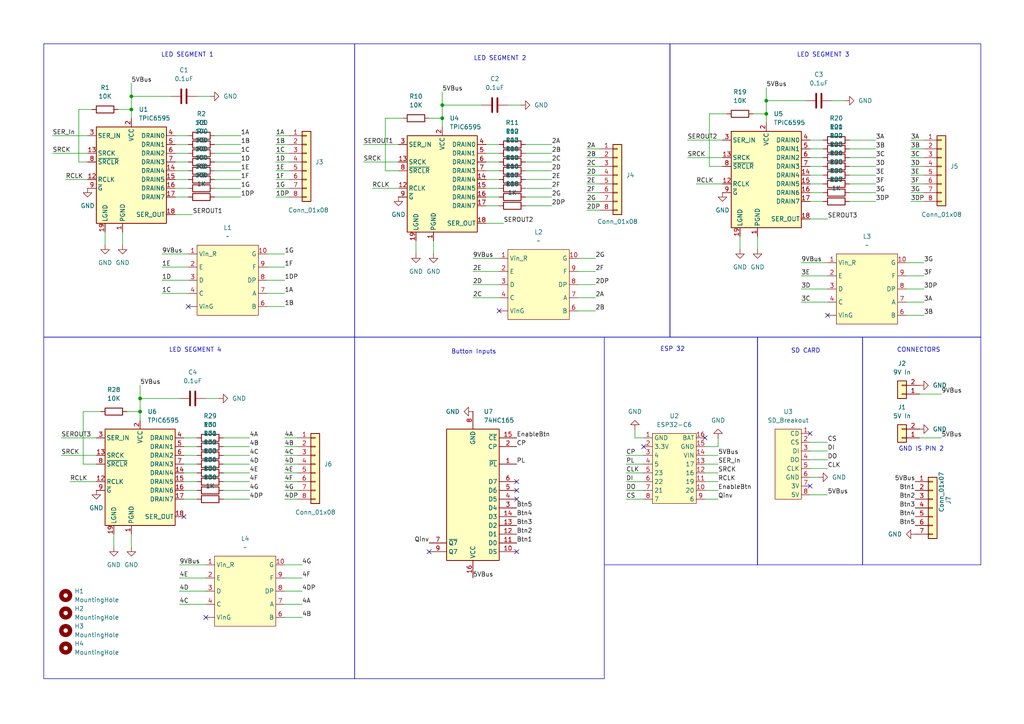
<source format=kicad_sch>
(kicad_sch (version 20250114) (generator "eeschema") (generator_version "9.0")
  (paper "A4")
  (lib_symbols
    (symbol "74xx:74HC165"
      (property "Reference" "U" (at -7.62 19.05 0))
      (property "Value" "74HC165" (at -7.62 -21.59 0))
      (symbol "74HC165_1_0"
        (pin input line (at -12.7 15.24 0) (length 5.08) (name "DS") (number "10"))
        (pin input line (at -12.7 12.7 0) (length 5.08) (name "D0") (number "11"))
        (pin input line (at -12.7 10.16 0) (length 5.08) (name "D1") (number "12"))
        (pin input line (at -12.7 7.62 0) (length 5.08) (name "D2") (number "13"))
        (pin input line (at -12.7 5.08 0) (length 5.08) (name "D3") (number "14"))
        (pin input line (at -12.7 2.54 0) (length 5.08) (name "D4") (number "3"))
        (pin input line (at -12.7 0 0) (length 5.08) (name "D5") (number "4"))
        (pin input line (at -12.7 -2.54 0) (length 5.08) (name "D6") (number "5"))
        (pin input line (at -12.7 -5.08 0) (length 5.08) (name "D7") (number "6"))
        (pin input line (at -12.7 -10.16 0) (length 5.08) (name "~{PL}") (number "1"))
        (pin input line (at -12.7 -15.24 0) (length 5.08) (name "CP") (number "2"))
        (pin input line (at -12.7 -17.78 0) (length 5.08) (name "~{CE}") (number "15"))
        (pin power_in line (at 0 22.86 270) (length 5.08) (name "VCC") (number "16"))
        (pin power_in line (at 0 -25.4 90) (length 5.08) (name "GND") (number "8"))
        (pin output line (at 12.7 15.24 180) (length 5.08) (name "Q7") (number "9"))
        (pin output line (at 12.7 12.7 180) (length 5.08) (name "~{Q7}") (number "7"))
      )
    )
    (symbol "Connector_Generic:Conn_01x02" (pin_names (offset 1.016) (hide yes))
      (property "Reference" "J" (at 0 2.54 0))
      (property "Value" "Conn_01x02" (at 0 -5.08 0))
      (symbol "Conn_01x02_1_1"
        (pin passive line (at -5.08 0 0) (length 3.81) (name "Pin_1") (number "1"))
        (pin passive line (at -5.08 -2.54 0) (length 3.81) (name "Pin_2") (number "2"))
      )
    )
    (symbol "Connector_Generic:Conn_01x07" (pin_names (offset 1.016) (hide yes))
      (property "Reference" "J" (at 0 10.16 0))
      (property "Value" "Conn_01x07" (at 0 -10.16 0))
      (symbol "Conn_01x07_1_1"
        (pin passive line (at -5.08 7.62 0) (length 3.81) (name "Pin_1") (number "1"))
        (pin passive line (at -5.08 5.08 0) (length 3.81) (name "Pin_2") (number "2"))
        (pin passive line (at -5.08 2.54 0) (length 3.81) (name "Pin_3") (number "3"))
        (pin passive line (at -5.08 0 0) (length 3.81) (name "Pin_4") (number "4"))
        (pin passive line (at -5.08 -2.54 0) (length 3.81) (name "Pin_5") (number "5"))
        (pin passive line (at -5.08 -5.08 0) (length 3.81) (name "Pin_6") (number "6"))
        (pin passive line (at -5.08 -7.62 0) (length 3.81) (name "Pin_7") (number "7"))
      )
    )
    (symbol "Connector_Generic:Conn_01x08" (pin_names (offset 1.016) (hide yes))
      (property "Reference" "J" (at 0 10.16 0))
      (property "Value" "Conn_01x08" (at 0 -12.7 0))
      (symbol "Conn_01x08_1_1"
        (pin passive line (at -5.08 7.62 0) (length 3.81) (name "Pin_1") (number "1"))
        (pin passive line (at -5.08 5.08 0) (length 3.81) (name "Pin_2") (number "2"))
        (pin passive line (at -5.08 2.54 0) (length 3.81) (name "Pin_3") (number "3"))
        (pin passive line (at -5.08 0 0) (length 3.81) (name "Pin_4") (number "4"))
        (pin passive line (at -5.08 -2.54 0) (length 3.81) (name "Pin_5") (number "5"))
        (pin passive line (at -5.08 -5.08 0) (length 3.81) (name "Pin_6") (number "6"))
        (pin passive line (at -5.08 -7.62 0) (length 3.81) (name "Pin_7") (number "7"))
        (pin passive line (at -5.08 -10.16 0) (length 3.81) (name "Pin_8") (number "8"))
      )
    )
    (symbol "Device:C" (pin_numbers (hide yes)) (pin_names (offset 0.254))
      (property "Reference" "C" (at 0.635 2.54 0))
      (property "Value" "C" (at 0.635 -2.54 0))
      (symbol "C_1_1"
        (pin passive line (at 0 3.81 270) (length 2.794) (name "~") (number "1"))
        (pin passive line (at 0 -3.81 90) (length 2.794) (name "~") (number "2"))
      )
    )
    (symbol "Device:R" (pin_numbers (hide yes)) (pin_names (offset 0))
      (property "Reference" "R" (at 2.032 0 90))
      (property "Value" "R" (at 0 0 90))
      (symbol "R_1_1"
        (pin passive line (at 0 3.81 270) (length 1.27) (name "~") (number "1"))
        (pin passive line (at 0 -3.81 90) (length 1.27) (name "~") (number "2"))
      )
    )
    (symbol "GregSyms:ESP32_C6_Beetle"
      (property "Reference" "U" (at 0 -12.192 0))
      (symbol "ESP32_C6_Beetle_1_1"
        (pin power_in line (at -8.89 8.89 0) (length 2.54) (name "GND") (number "1"))
        (pin power_in line (at -8.89 6.35 0) (length 2.54) (name "3.3V") (number "2"))
        (pin bidirectional line (at -8.89 3.81 0) (length 2.54) (name "4") (number "3"))
        (pin bidirectional line (at -8.89 1.27 0) (length 2.54) (name "5") (number "4"))
        (pin bidirectional line (at -8.89 -1.27 0) (length 2.54) (name "23") (number "5"))
        (pin bidirectional line (at -8.89 -3.81 0) (length 2.54) (name "22") (number "6"))
        (pin bidirectional line (at -8.89 -6.35 0) (length 2.54) (name "21") (number "7"))
        (pin bidirectional line (at -8.89 -8.89 0) (length 2.54) (name "7") (number "8"))
        (pin power_in line (at 8.89 8.89 180) (length 2.54) (name "BAT") (number "16"))
        (pin power_out line (at 8.89 6.35 180) (length 2.54) (name "GND") (number "15"))
        (pin power_in line (at 8.89 3.81 180) (length 2.54) (name "VIN") (number "14"))
        (pin bidirectional line (at 8.89 1.27 180) (length 2.54) (name "17") (number "13"))
        (pin bidirectional line (at 8.89 -1.27 180) (length 2.54) (name "16") (number "12"))
        (pin bidirectional line (at 8.89 -3.81 180) (length 2.54) (name "19") (number "11"))
        (pin bidirectional line (at 8.89 -6.35 180) (length 2.54) (name "20") (number "10"))
        (pin bidirectional line (at 8.89 -8.89 180) (length 2.54) (name "6") (number "9"))
      )
    )
    (symbol "GregSyms:LED_7Seg"
      (property "Reference" "L" (at 0 0 0))
      (symbol "LED_7Seg_1_1"
        (pin power_in line (at -11.43 -10.16 0) (length 2.54) (name "Vin_R") (number "1"))
        (pin power_in line (at -11.43 -13.97 0) (length 2.54) (name "E") (number "2"))
        (pin power_in line (at -11.43 -17.78 0) (length 2.54) (name "D") (number "3"))
        (pin power_in line (at -11.43 -21.59 0) (length 2.54) (name "C") (number "4"))
        (pin power_in line (at -11.43 -25.4 0) (length 2.54) (name "VinG") (number ""))
        (pin power_in line (at 11.43 -10.16 180) (length 2.54) (name "G") (number "10"))
        (pin power_in line (at 11.43 -13.97 180) (length 2.54) (name "F") (number "9"))
        (pin power_in line (at 11.43 -17.78 180) (length 2.54) (name "DP") (number "8"))
        (pin power_in line (at 11.43 -21.59 180) (length 2.54) (name "A") (number "7"))
        (pin power_in line (at 11.43 -25.4 180) (length 2.54) (name "B") (number "6"))
      )
    )
    (symbol "GregSyms:SD_Breakout"
      (property "Reference" "U" (at -4.064 0 0))
      (symbol "SD_Breakout_1_1"
        (pin input line (at 7.62 8.89 180) (length 2.54) (name "CD") (number "1"))
        (pin input line (at 7.62 6.35 180) (length 2.54) (name "CS") (number "2"))
        (pin input line (at 7.62 3.81 180) (length 2.54) (name "DI") (number "3"))
        (pin output line (at 7.62 1.27 180) (length 2.54) (name "DO") (number "4"))
        (pin input line (at 7.62 -1.27 180) (length 2.54) (name "CLK") (number "5"))
        (pin power_in line (at 7.62 -3.81 180) (length 2.54) (name "GND") (number "6"))
        (pin power_in line (at 7.62 -6.35 180) (length 2.54) (name "3V") (number "7"))
        (pin power_in line (at 7.62 -8.89 180) (length 2.54) (name "5V") (number "8"))
      )
    )
    (symbol "Interface_Expansion:TPIC6595" (pin_names (offset 0.381))
      (property "Reference" "U" (at -8.89 13.97 0))
      (property "Value" "TPIC6595" (at 6.35 13.97 0))
      (symbol "TPIC6595_1_1"
        (pin input line (at -12.7 10.16 0) (length 2.54) (name "SER_IN") (number "3"))
        (pin input line (at -12.7 5.08 0) (length 2.54) (name "SRCK") (number "13"))
        (pin input line (at -12.7 2.54 0) (length 2.54) (name "~{SRCLR}") (number "8"))
        (pin input line (at -12.7 -2.54 0) (length 2.54) (name "RCLK") (number "12"))
        (pin input line (at -12.7 -5.08 0) (length 2.54) (name "~{G}") (number "9"))
        (pin power_in line (at -7.62 -17.78 90) (length 2.54) (name "LGND") (number "19"))
        (pin power_in line (at -2.54 -17.78 90) (length 2.54) (name "PGND") (number "1"))
        (pin passive line (at -2.54 -17.78 90) (length 2.54) (hide yes) (name "PGND") (number "10"))
        (pin passive line (at -2.54 -17.78 90) (length 2.54) (hide yes) (name "PGND") (number "11"))
        (pin passive line (at -2.54 -17.78 90) (length 2.54) (hide yes) (name "PGND") (number "20"))
        (pin power_in line (at 0 15.24 270) (length 2.54) (name "VCC") (number "2"))
        (pin open_collector line (at 12.7 10.16 180) (length 2.54) (name "DRAIN0") (number "4"))
        (pin open_collector line (at 12.7 7.62 180) (length 2.54) (name "DRAIN1") (number "5"))
        (pin open_collector line (at 12.7 5.08 180) (length 2.54) (name "DRAIN2") (number "6"))
        (pin open_collector line (at 12.7 2.54 180) (length 2.54) (name "DRAIN3") (number "7"))
        (pin open_collector line (at 12.7 0 180) (length 2.54) (name "DRAIN4") (number "14"))
        (pin open_collector line (at 12.7 -2.54 180) (length 2.54) (name "DRAIN5") (number "15"))
        (pin open_collector line (at 12.7 -5.08 180) (length 2.54) (name "DRAIN6") (number "16"))
        (pin open_collector line (at 12.7 -7.62 180) (length 2.54) (name "DRAIN7") (number "17"))
        (pin output line (at 12.7 -12.7 180) (length 2.54) (name "SER_OUT") (number "18"))
      )
    )
    (symbol "Mechanical:MountingHole" (pin_names (offset 1.016)) (in_bom no)
      (property "Reference" "H" (at 0 5.08 0))
      (property "Value" "MountingHole" (at 0 3.175 0))
    )
    (symbol "power:GND" (power) (pin_numbers (hide yes)) (pin_names (offset 0) (hide yes))
      (property "Value" "GND" (at 0 -3.81 0))
      (symbol "GND_1_1"
        (pin power_in line (at 0 0 270) (length 0) (name "~") (number "1"))
      )
    )
  )
  (rectangle (start 250.19 97.79) (end 284.48 163.83))
  (rectangle (start 175.26 97.79) (end 219.71 163.83))
  (rectangle (start 12.7 12.7) (end 102.87 97.79))
  (rectangle (start 102.87 97.79) (end 175.26 196.85))
  (rectangle (start 12.7 97.79) (end 102.87 196.85))
  (rectangle (start 219.71 97.79) (end 250.19 163.83))
  (rectangle (start 194.31 12.7) (end 284.48 97.79))
  (rectangle (start 102.87 12.7) (end 194.31 97.79))
  (text "LED SEGMENT 2" (at 145.034 17.018 0) (effects (font (size 1.27 1.27))))
  (text "Button Inputs" (at 137.414 102.108 0) (effects (font (size 1.27 1.27))))
  (text "LED SEGMENT 4" (at 56.642 101.6 0) (effects (font (size 1.27 1.27))))
  (text "SD CARD" (at 233.68 101.854 0) (effects (font (size 1.27 1.27))))
  (text "CONNECTORS" (at 266.446 101.6 0) (effects (font (size 1.27 1.27))))
  (text "ESP 32" (at 195.072 101.346 0) (effects (font (size 1.27 1.27))))
  (text "LED SEGMENT 3" (at 238.76 16.002 0) (effects (font (size 1.27 1.27))))
  (text "GND IS PIN 2" (at 267.208 130.302 0) (effects (font (size 1.27 1.27))))
  (text "LED SEGMENT 1" (at 54.356 16.002 0) (effects (font (size 1.27 1.27))))
  (junction (at 222.25 33.02))
  (junction (at 40.64 119.38))
  (junction (at 128.27 34.29))
  (junction (at 222.25 29.21))
  (junction (at 40.64 115.57))
  (junction (at 38.1 27.94))
  (junction (at 38.1 31.75))
  (junction (at 128.27 30.48))
  (no_connect (at 149.86 139.7))
  (no_connect (at 149.86 160.02))
  (no_connect (at 234.95 125.73))
  (no_connect (at 59.69 179.07))
  (no_connect (at 149.86 142.24))
  (no_connect (at 54.61 88.9))
  (no_connect (at 144.78 90.17))
  (no_connect (at 186.69 129.54))
  (no_connect (at 149.86 144.78))
  (no_connect (at 53.34 149.86))
  (no_connect (at 124.46 160.02))
  (no_connect (at 234.95 140.97))
  (no_connect (at 240.03 91.44))
  (no_connect (at 204.47 127))
  (wire (pts (xy 218.44 33.02) (xy 222.25 33.02)))
  (wire (pts (xy 160.02 41.91) (xy 152.4 41.91)))
  (wire (pts (xy 27.94 134.62) (xy 24.13 134.62)))
  (wire (pts (xy 172.72 90.17) (xy 167.64 90.17)))
  (wire (pts (xy 80.01 52.07) (xy 83.82 52.07)))
  (wire (pts (xy 238.76 50.8) (xy 234.95 50.8)))
  (wire (pts (xy 52.07 171.45) (xy 59.69 171.45)))
  (wire (pts (xy 54.61 57.15) (xy 50.8 57.15)))
  (wire (pts (xy 82.55 81.28) (xy 77.47 81.28)))
  (wire (pts (xy 87.63 179.07) (xy 82.55 179.07)))
  (wire (pts (xy 72.39 142.24) (xy 64.77 142.24)))
  (wire (pts (xy 170.18 58.42) (xy 173.99 58.42)))
  (wire (pts (xy 35.56 67.31) (xy 35.56 71.12)))
  (wire (pts (xy 254 58.42) (xy 246.38 58.42)))
  (wire (pts (xy 160.02 52.07) (xy 152.4 52.07)))
  (wire (pts (xy 234.95 133.35) (xy 240.03 133.35)))
  (wire (pts (xy 208.28 134.62) (xy 204.47 134.62)))
  (wire (pts (xy 238.76 48.26) (xy 234.95 48.26)))
  (wire (pts (xy 137.16 82.55) (xy 144.78 82.55)))
  (wire (pts (xy 22.86 46.99) (xy 22.86 31.75)))
  (wire (pts (xy 254 50.8) (xy 246.38 50.8)))
  (wire (pts (xy 24.13 134.62) (xy 24.13 119.38)))
  (wire (pts (xy 144.78 41.91) (xy 140.97 41.91)))
  (wire (pts (xy 82.55 134.62) (xy 86.36 134.62)))
  (wire (pts (xy 160.02 49.53) (xy 152.4 49.53)))
  (wire (pts (xy 254 53.34) (xy 246.38 53.34)))
  (wire (pts (xy 209.55 48.26) (xy 205.74 48.26)))
  (wire (pts (xy 33.02 154.94) (xy 33.02 158.75)))
  (wire (pts (xy 105.41 41.91) (xy 115.57 41.91)))
  (wire (pts (xy 172.72 86.36) (xy 167.64 86.36)))
  (wire (pts (xy 82.55 139.7) (xy 86.36 139.7)))
  (wire (pts (xy 40.64 111.76) (xy 40.64 115.57)))
  (wire (pts (xy 72.39 144.78) (xy 64.77 144.78)))
  (wire (pts (xy 72.39 127) (xy 64.77 127)))
  (wire (pts (xy 137.16 78.74) (xy 144.78 78.74)))
  (wire (pts (xy 232.41 76.2) (xy 240.03 76.2)))
  (wire (pts (xy 267.97 76.2) (xy 262.89 76.2)))
  (wire (pts (xy 69.85 39.37) (xy 62.23 39.37)))
  (wire (pts (xy 172.72 82.55) (xy 167.64 82.55)))
  (wire (pts (xy 254 40.64) (xy 246.38 40.64)))
  (wire (pts (xy 181.61 144.78) (xy 186.69 144.78)))
  (wire (pts (xy 181.61 142.24) (xy 186.69 142.24)))
  (wire (pts (xy 208.28 127) (xy 208.28 129.54)))
  (wire (pts (xy 120.65 69.85) (xy 120.65 73.66)))
  (wire (pts (xy 199.39 45.72) (xy 209.55 45.72)))
  (wire (pts (xy 40.64 119.38) (xy 40.64 121.92)))
  (wire (pts (xy 15.24 44.45) (xy 25.4 44.45)))
  (wire (pts (xy 240.03 135.89) (xy 234.95 135.89)))
  (wire (pts (xy 241.3 29.21) (xy 245.11 29.21)))
  (wire (pts (xy 111.76 49.53) (xy 111.76 34.29)))
  (wire (pts (xy 40.64 115.57) (xy 40.64 119.38)))
  (wire (pts (xy 234.95 130.81) (xy 240.03 130.81)))
  (wire (pts (xy 50.8 62.23) (xy 55.88 62.23)))
  (wire (pts (xy 144.78 52.07) (xy 140.97 52.07)))
  (wire (pts (xy 20.32 139.7) (xy 27.94 139.7)))
  (wire (pts (xy 254 55.88) (xy 246.38 55.88)))
  (wire (pts (xy 144.78 54.61) (xy 140.97 54.61)))
  (wire (pts (xy 208.28 144.78) (xy 204.47 144.78)))
  (wire (pts (xy 25.4 46.99) (xy 22.86 46.99)))
  (wire (pts (xy 264.16 53.34) (xy 267.97 53.34)))
  (wire (pts (xy 125.73 69.85) (xy 125.73 73.66)))
  (wire (pts (xy 38.1 27.94) (xy 38.1 31.75)))
  (wire (pts (xy 264.16 40.64) (xy 267.97 40.64)))
  (wire (pts (xy 72.39 139.7) (xy 64.77 139.7)))
  (wire (pts (xy 208.28 132.08) (xy 204.47 132.08)))
  (wire (pts (xy 137.16 74.93) (xy 144.78 74.93)))
  (wire (pts (xy 124.46 34.29) (xy 128.27 34.29)))
  (wire (pts (xy 87.63 167.64) (xy 82.55 167.64)))
  (wire (pts (xy 267.97 80.01) (xy 262.89 80.01)))
  (wire (pts (xy 181.61 139.7) (xy 186.69 139.7)))
  (wire (pts (xy 52.07 167.64) (xy 59.69 167.64)))
  (wire (pts (xy 57.15 137.16) (xy 53.34 137.16)))
  (wire (pts (xy 80.01 39.37) (xy 83.82 39.37)))
  (wire (pts (xy 254 43.18) (xy 246.38 43.18)))
  (wire (pts (xy 105.41 46.99) (xy 115.57 46.99)))
  (wire (pts (xy 69.85 57.15) (xy 62.23 57.15)))
  (wire (pts (xy 170.18 50.8) (xy 173.99 50.8)))
  (wire (pts (xy 160.02 54.61) (xy 152.4 54.61)))
  (wire (pts (xy 17.78 132.08) (xy 27.94 132.08)))
  (wire (pts (xy 19.05 52.07) (xy 25.4 52.07)))
  (wire (pts (xy 170.18 45.72) (xy 173.99 45.72)))
  (wire (pts (xy 137.16 86.36) (xy 144.78 86.36)))
  (wire (pts (xy 222.25 29.21) (xy 233.68 29.21)))
  (wire (pts (xy 87.63 171.45) (xy 82.55 171.45)))
  (wire (pts (xy 87.63 175.26) (xy 82.55 175.26)))
  (wire (pts (xy 264.16 58.42) (xy 267.97 58.42)))
  (wire (pts (xy 17.78 127) (xy 27.94 127)))
  (wire (pts (xy 46.99 81.28) (xy 54.61 81.28)))
  (wire (pts (xy 72.39 129.54) (xy 64.77 129.54)))
  (wire (pts (xy 208.28 139.7) (xy 204.47 139.7)))
  (wire (pts (xy 80.01 46.99) (xy 83.82 46.99)))
  (wire (pts (xy 54.61 46.99) (xy 50.8 46.99)))
  (wire (pts (xy 238.76 40.64) (xy 234.95 40.64)))
  (wire (pts (xy 208.28 137.16) (xy 204.47 137.16)))
  (wire (pts (xy 254 48.26) (xy 246.38 48.26)))
  (wire (pts (xy 69.85 46.99) (xy 62.23 46.99)))
  (wire (pts (xy 82.55 73.66) (xy 77.47 73.66)))
  (wire (pts (xy 82.55 132.08) (xy 86.36 132.08)))
  (wire (pts (xy 80.01 57.15) (xy 83.82 57.15)))
  (wire (pts (xy 160.02 57.15) (xy 152.4 57.15)))
  (wire (pts (xy 144.78 49.53) (xy 140.97 49.53)))
  (wire (pts (xy 238.76 45.72) (xy 234.95 45.72)))
  (wire (pts (xy 144.78 59.69) (xy 140.97 59.69)))
  (wire (pts (xy 267.97 91.44) (xy 262.89 91.44)))
  (wire (pts (xy 38.1 31.75) (xy 38.1 34.29)))
  (wire (pts (xy 34.29 31.75) (xy 38.1 31.75)))
  (wire (pts (xy 111.76 34.29) (xy 116.84 34.29)))
  (wire (pts (xy 80.01 49.53) (xy 83.82 49.53)))
  (wire (pts (xy 181.61 137.16) (xy 186.69 137.16)))
  (wire (pts (xy 80.01 44.45) (xy 83.82 44.45)))
  (wire (pts (xy 140.97 64.77) (xy 146.05 64.77)))
  (wire (pts (xy 57.15 132.08) (xy 53.34 132.08)))
  (wire (pts (xy 54.61 39.37) (xy 50.8 39.37)))
  (wire (pts (xy 170.18 55.88) (xy 173.99 55.88)))
  (wire (pts (xy 36.83 119.38) (xy 40.64 119.38)))
  (wire (pts (xy 186.69 127) (xy 184.15 127)))
  (wire (pts (xy 54.61 49.53) (xy 50.8 49.53)))
  (wire (pts (xy 80.01 54.61) (xy 83.82 54.61)))
  (wire (pts (xy 57.15 27.94) (xy 60.96 27.94)))
  (wire (pts (xy 234.95 128.27) (xy 240.03 128.27)))
  (wire (pts (xy 57.15 144.78) (xy 53.34 144.78)))
  (wire (pts (xy 222.25 29.21) (xy 222.25 33.02)))
  (wire (pts (xy 54.61 41.91) (xy 50.8 41.91)))
  (wire (pts (xy 170.18 48.26) (xy 173.99 48.26)))
  (wire (pts (xy 22.86 31.75) (xy 26.67 31.75)))
  (wire (pts (xy 214.63 68.58) (xy 214.63 72.39)))
  (wire (pts (xy 38.1 24.13) (xy 38.1 27.94)))
  (wire (pts (xy 219.71 68.58) (xy 219.71 72.39)))
  (wire (pts (xy 266.7 127) (xy 273.05 127)))
  (wire (pts (xy 144.78 57.15) (xy 140.97 57.15)))
  (wire (pts (xy 38.1 27.94) (xy 49.53 27.94)))
  (wire (pts (xy 238.76 55.88) (xy 234.95 55.88)))
  (wire (pts (xy 54.61 52.07) (xy 50.8 52.07)))
  (wire (pts (xy 160.02 44.45) (xy 152.4 44.45)))
  (wire (pts (xy 82.55 88.9) (xy 77.47 88.9)))
  (wire (pts (xy 52.07 175.26) (xy 59.69 175.26)))
  (wire (pts (xy 234.95 63.5) (xy 240.03 63.5)))
  (wire (pts (xy 232.41 83.82) (xy 240.03 83.82)))
  (wire (pts (xy 69.85 54.61) (xy 62.23 54.61)))
  (wire (pts (xy 46.99 73.66) (xy 54.61 73.66)))
  (wire (pts (xy 232.41 87.63) (xy 240.03 87.63)))
  (wire (pts (xy 264.16 45.72) (xy 267.97 45.72)))
  (wire (pts (xy 160.02 46.99) (xy 152.4 46.99)))
  (wire (pts (xy 57.15 142.24) (xy 53.34 142.24)))
  (wire (pts (xy 170.18 43.18) (xy 173.99 43.18)))
  (wire (pts (xy 52.07 163.83) (xy 59.69 163.83)))
  (wire (pts (xy 82.55 137.16) (xy 86.36 137.16)))
  (wire (pts (xy 59.69 115.57) (xy 63.5 115.57)))
  (wire (pts (xy 72.39 137.16) (xy 64.77 137.16)))
  (wire (pts (xy 147.32 30.48) (xy 151.13 30.48)))
  (wire (pts (xy 238.76 53.34) (xy 234.95 53.34)))
  (wire (pts (xy 82.55 77.47) (xy 77.47 77.47)))
  (wire (pts (xy 54.61 44.45) (xy 50.8 44.45)))
  (wire (pts (xy 264.16 48.26) (xy 267.97 48.26)))
  (wire (pts (xy 80.01 41.91) (xy 83.82 41.91)))
  (wire (pts (xy 128.27 30.48) (xy 139.7 30.48)))
  (wire (pts (xy 170.18 53.34) (xy 173.99 53.34)))
  (wire (pts (xy 222.25 25.4) (xy 222.25 29.21)))
  (wire (pts (xy 82.55 127) (xy 86.36 127)))
  (wire (pts (xy 172.72 78.74) (xy 167.64 78.74)))
  (wire (pts (xy 38.1 154.94) (xy 38.1 158.75)))
  (wire (pts (xy 40.64 115.57) (xy 52.07 115.57)))
  (wire (pts (xy 170.18 60.96) (xy 173.99 60.96)))
  (wire (pts (xy 69.85 49.53) (xy 62.23 49.53)))
  (wire (pts (xy 69.85 41.91) (xy 62.23 41.91)))
  (wire (pts (xy 72.39 134.62) (xy 64.77 134.62)))
  (wire (pts (xy 264.16 50.8) (xy 267.97 50.8)))
  (wire (pts (xy 184.15 124.46) (xy 184.15 127)))
  (wire (pts (xy 222.25 33.02) (xy 222.25 35.56)))
  (wire (pts (xy 204.47 129.54) (xy 208.28 129.54)))
  (wire (pts (xy 205.74 33.02) (xy 210.82 33.02)))
  (wire (pts (xy 15.24 39.37) (xy 25.4 39.37)))
  (wire (pts (xy 172.72 74.93) (xy 167.64 74.93)))
  (wire (pts (xy 264.16 43.18) (xy 267.97 43.18)))
  (wire (pts (xy 181.61 134.62) (xy 186.69 134.62)))
  (wire (pts (xy 160.02 59.69) (xy 152.4 59.69)))
  (wire (pts (xy 267.97 87.63) (xy 262.89 87.63)))
  (wire (pts (xy 234.95 143.51) (xy 240.03 143.51)))
  (wire (pts (xy 82.55 142.24) (xy 86.36 142.24)))
  (wire (pts (xy 144.78 46.99) (xy 140.97 46.99)))
  (wire (pts (xy 46.99 85.09) (xy 54.61 85.09)))
  (wire (pts (xy 82.55 85.09) (xy 77.47 85.09)))
  (wire (pts (xy 144.78 44.45) (xy 140.97 44.45)))
  (wire (pts (xy 115.57 49.53) (xy 111.76 49.53)))
  (wire (pts (xy 57.15 139.7) (xy 53.34 139.7)))
  (wire (pts (xy 128.27 26.67) (xy 128.27 30.48)))
  (wire (pts (xy 87.63 163.83) (xy 82.55 163.83)))
  (wire (pts (xy 54.61 54.61) (xy 50.8 54.61)))
  (wire (pts (xy 107.95 54.61) (xy 115.57 54.61)))
  (wire (pts (xy 128.27 30.48) (xy 128.27 34.29)))
  (wire (pts (xy 181.61 132.08) (xy 186.69 132.08)))
  (wire (pts (xy 234.95 138.43) (xy 237.49 138.43)))
  (wire (pts (xy 232.41 80.01) (xy 240.03 80.01)))
  (wire (pts (xy 46.99 77.47) (xy 54.61 77.47)))
  (wire (pts (xy 208.28 142.24) (xy 204.47 142.24)))
  (wire (pts (xy 254 45.72) (xy 246.38 45.72)))
  (wire (pts (xy 24.13 119.38) (xy 29.21 119.38)))
  (wire (pts (xy 72.39 132.08) (xy 64.77 132.08)))
  (wire (pts (xy 57.15 134.62) (xy 53.34 134.62)))
  (wire (pts (xy 57.15 127) (xy 53.34 127)))
  (wire (pts (xy 82.55 129.54) (xy 86.36 129.54)))
  (wire (pts (xy 199.39 40.64) (xy 209.55 40.64)))
  (wire (pts (xy 238.76 43.18) (xy 234.95 43.18)))
  (wire (pts (xy 238.76 58.42) (xy 234.95 58.42)))
  (wire (pts (xy 82.55 144.78) (xy 86.36 144.78)))
  (wire (pts (xy 30.48 67.31) (xy 30.48 71.12)))
  (wire (pts (xy 266.7 114.3) (xy 273.05 114.3)))
  (wire (pts (xy 264.16 55.88) (xy 267.97 55.88)))
  (wire (pts (xy 57.15 129.54) (xy 53.34 129.54)))
  (wire (pts (xy 267.97 83.82) (xy 262.89 83.82)))
  (wire (pts (xy 205.74 48.26) (xy 205.74 33.02)))
  (wire (pts (xy 128.27 34.29) (xy 128.27 36.83)))
  (wire (pts (xy 69.85 44.45) (xy 62.23 44.45)))
  (wire (pts (xy 69.85 52.07) (xy 62.23 52.07)))
  (wire (pts (xy 201.93 53.34) (xy 209.55 53.34)))
  (label "4B" (at 72.39 129.54 0))
  (label "EnableBtn" (at 149.86 127 0))
  (label "2DP" (at 172.72 82.55 0))
  (label "2DP" (at 160.02 59.69 0))
  (label "SEROUT3" (at 17.78 127 0))
  (label "2DP" (at 170.18 60.96 0))
  (label "5VBus" (at 265.43 139.7 180))
  (label "1E" (at 46.99 77.47 0))
  (label "1C" (at 80.01 44.45 0))
  (label "3D" (at 232.41 83.82 0))
  (label "2F" (at 160.02 54.61 0))
  (label "Btn3" (at 265.43 147.32 180))
  (label "Btn3" (at 149.86 152.4 0))
  (label "5VBus" (at 38.1 24.13 0))
  (label "9VBus" (at 273.05 114.3 0))
  (label "3G" (at 254 55.88 0))
  (label "1DP" (at 69.85 57.15 0))
  (label "2G" (at 160.02 57.15 0))
  (label "DO" (at 181.61 142.24 0))
  (label "3D" (at 264.16 48.26 0))
  (label "2C" (at 160.02 46.99 0))
  (label "4DP" (at 87.63 171.45 0))
  (label "Btn5" (at 265.43 152.4 180))
  (label "1C" (at 46.99 85.09 0))
  (label "4F" (at 82.55 139.7 0))
  (label "9VBus" (at 46.99 73.66 0))
  (label "4C" (at 52.07 175.26 0))
  (label "9VBus" (at 137.16 74.93 0))
  (label "1DP" (at 80.01 57.15 0))
  (label "SEROUT2" (at 199.39 40.64 0))
  (label "2F" (at 170.18 55.88 0))
  (label "1B" (at 80.01 41.91 0))
  (label "3DP" (at 267.97 83.82 0))
  (label "RCLK" (at 20.32 139.7 0))
  (label "SRCK" (at 17.78 132.08 0))
  (label "4B" (at 82.55 129.54 0))
  (label "9VBus" (at 52.07 163.83 0))
  (label "4E" (at 72.39 137.16 0))
  (label "Qinv" (at 124.46 157.48 180))
  (label "4DP" (at 82.55 144.78 0))
  (label "CP" (at 181.61 132.08 0))
  (label "1A" (at 69.85 39.37 0))
  (label "3B" (at 264.16 43.18 0))
  (label "1G" (at 69.85 54.61 0))
  (label "RCLK" (at 19.05 52.07 0))
  (label "CLK" (at 240.03 135.89 0))
  (label "3DP" (at 264.16 58.42 0))
  (label "2B" (at 160.02 44.45 0))
  (label "1D" (at 69.85 46.99 0))
  (label "2E" (at 170.18 53.34 0))
  (label "4G" (at 87.63 163.83 0))
  (label "Btn4" (at 265.43 149.86 180))
  (label "1A" (at 82.55 85.09 0))
  (label "1G" (at 80.01 54.61 0))
  (label "1E" (at 69.85 49.53 0))
  (label "4F" (at 72.39 139.7 0))
  (label "2G" (at 172.72 74.93 0))
  (label "4E" (at 52.07 167.64 0))
  (label "4B" (at 87.63 179.07 0))
  (label "Btn5" (at 149.86 147.32 0))
  (label "Btn1" (at 149.86 157.48 0))
  (label "2F" (at 172.72 78.74 0))
  (label "5VBus" (at 128.27 26.67 0))
  (label "4D" (at 72.39 134.62 0))
  (label "5VBus" (at 222.25 25.4 0))
  (label "SRCK" (at 199.39 45.72 0))
  (label "SRCK" (at 15.24 44.45 0))
  (label "RCLK" (at 208.28 139.7 0))
  (label "1D" (at 80.01 46.99 0))
  (label "2D" (at 170.18 50.8 0))
  (label "SEROUT1" (at 55.88 62.23 0))
  (label "5VBus" (at 240.03 143.51 0))
  (label "2A" (at 160.02 41.91 0))
  (label "3G" (at 267.97 76.2 0))
  (label "1C" (at 69.85 44.45 0))
  (label "1B" (at 82.55 88.9 0))
  (label "5VBus" (at 273.05 127 0))
  (label "1E" (at 80.01 49.53 0))
  (label "1F" (at 82.55 77.47 0))
  (label "3A" (at 264.16 40.64 0))
  (label "3B" (at 254 43.18 0))
  (label "2A" (at 170.18 43.18 0))
  (label "3C" (at 264.16 45.72 0))
  (label "1D" (at 46.99 81.28 0))
  (label "PL" (at 149.86 134.62 0))
  (label "1B" (at 69.85 41.91 0))
  (label "1F" (at 69.85 52.07 0))
  (label "DI" (at 181.61 139.7 0))
  (label "3F" (at 264.16 53.34 0))
  (label "2E" (at 137.16 78.74 0))
  (label "CS" (at 181.61 144.78 0))
  (label "1DP" (at 82.55 81.28 0))
  (label "4E" (at 82.55 137.16 0))
  (label "3A" (at 267.97 87.63 0))
  (label "4G" (at 72.39 142.24 0))
  (label "2C" (at 137.16 86.36 0))
  (label "2G" (at 170.18 58.42 0))
  (label "4DP" (at 72.39 144.78 0))
  (label "2B" (at 172.72 90.17 0))
  (label "EnableBtn" (at 208.28 142.24 0))
  (label "2D" (at 137.16 82.55 0))
  (label "3F" (at 254 53.34 0))
  (label "SEROUT1" (at 105.41 41.91 0))
  (label "3E" (at 232.41 80.01 0))
  (label "2E" (at 160.02 52.07 0))
  (label "1G" (at 82.55 73.66 0))
  (label "5VBus" (at 208.28 132.08 0))
  (label "SER_In" (at 208.28 134.62 0))
  (label "4A" (at 87.63 175.26 0))
  (label "3E" (at 264.16 50.8 0))
  (label "3DP" (at 254 58.42 0))
  (label "4D" (at 82.55 134.62 0))
  (label "5VBus" (at 137.16 167.64 0))
  (label "DI" (at 240.03 130.81 0))
  (label "CLK" (at 181.61 137.16 0))
  (label "4C" (at 72.39 132.08 0))
  (label "9VBus" (at 232.41 76.2 0))
  (label "3G" (at 264.16 55.88 0))
  (label "4A" (at 72.39 127 0))
  (label "3D" (at 254 48.26 0))
  (label "RCLK" (at 201.93 53.34 0))
  (label "DO" (at 240.03 133.35 0))
  (label "4F" (at 87.63 167.64 0))
  (label "Btn2" (at 149.86 154.94 0))
  (label "SEROUT2" (at 146.05 64.77 0))
  (label "2A" (at 172.72 86.36 0))
  (label "Btn4" (at 149.86 149.86 0))
  (label "1A" (at 80.01 39.37 0))
  (label "4G" (at 82.55 142.24 0))
  (label "PL" (at 181.61 134.62 0))
  (label "3F" (at 267.97 80.01 0))
  (label "RCLK" (at 107.95 54.61 0))
  (label "4A" (at 82.55 127 0))
  (label "CP" (at 149.86 129.54 0))
  (label "1F" (at 80.01 52.07 0))
  (label "Btn2" (at 265.43 144.78 180))
  (label "SRCK" (at 208.28 137.16 0))
  (label "3C" (at 254 45.72 0))
  (label "SEROUT3" (at 240.03 63.5 0))
  (label "SER_In" (at 15.24 39.37 0))
  (label "Qinv" (at 208.28 144.78 0))
  (label "2C" (at 170.18 48.26 0))
  (label "2B" (at 170.18 45.72 0))
  (label "2D" (at 160.02 49.53 0))
  (label "3A" (at 254 40.64 0))
  (label "Btn1" (at 265.43 142.24 180))
  (label "4D" (at 52.07 171.45 0))
  (label "3E" (at 254 50.8 0))
  (label "5VBus" (at 40.64 111.76 0))
  (label "4C" (at 82.55 132.08 0))
  (label "SRCK" (at 105.41 46.99 0))
  (label "3B" (at 267.97 91.44 0))
  (label "3C" (at 232.41 87.63 0))
  (label "CS" (at 240.03 128.27 0))
  (symbol (lib_id "Connector_Generic:Conn_01x07") (at 270.51 147.32 0) (unit 1)
    (property "Reference" "J7" (at 275.082 146.304 90) (effects (justify left)))
    (property "Value" "Conn_01x07" (at 273.05 148.5899 90) (effects (justify left)))
    (property "Description" "Generic connector, single row, 01x07, script generated (kicad-library-utils/schlib/autogen/connector/)" (effects (hide yes)))
  )
  (symbol (lib_id "power:GND") (at 30.48 71.12 0) (unit 1)
    (property "Reference" "#PWR03" (effects (hide yes)))
    (property "Value" "GND" (at 30.48 76.2 0))
    (property "Description" "Power symbol creates a global label with name \"GND\" , ground" (effects (hide yes)))
  )
  (symbol (lib_id "Device:R") (at 148.59 54.61 90) (unit 1)
    (property "Reference" "R16" (at 148.59 48.26 90))
    (property "Value" "100" (at 148.59 50.8 90))
    (property "Footprint" "Resistor_SMD:R_1206_3216Metric_Pad1.30x1.75mm_HandSolder" (effects (hide yes)))
    (property "Description" "Resistor" (effects (hide yes)))
  )
  (symbol (lib_id "Mechanical:MountingHole") (at 19.05 177.8 0) (unit 1) (in_bom no)
    (property "Reference" "H2" (at 21.59 176.5299 0) (effects (justify left)))
    (property "Value" "MountingHole" (at 21.59 179.0699 0) (effects (justify left)))
    (property "Description" "Mounting Hole without connection" (effects (hide yes)))
  )
  (symbol (lib_id "power:GND") (at 33.02 158.75 0) (unit 1)
    (property "Reference" "#PWR018" (effects (hide yes)))
    (property "Value" "GND" (at 33.02 163.83 0))
    (property "Description" "Power symbol creates a global label with name \"GND\" , ground" (effects (hide yes)))
  )
  (symbol (lib_id "power:GND") (at 208.28 127 180) (unit 1)
    (property "Reference" "#PWR02" (effects (hide yes)))
    (property "Value" "GND" (at 208.28 121.92 0))
    (property "Description" "Power symbol creates a global label with name \"GND\" , ground" (effects (hide yes)))
  )
  (symbol (lib_id "power:GND") (at 137.16 119.38 270) (unit 1)
    (property "Reference" "#PWR022" (effects (hide yes)))
    (property "Value" "GND" (at 133.35 119.3799 90) (effects (justify right)))
    (property "Description" "Power symbol creates a global label with name \"GND\" , ground" (effects (hide yes)))
  )
  (symbol (lib_id "Interface_Expansion:TPIC6595") (at 222.25 50.8 0) (unit 1)
    (property "Reference" "U5" (at 224.3933 33.02 0) (effects (justify left)))
    (property "Value" "TPIC6595" (at 224.3933 35.56 0) (effects (justify left)))
    (property "Footprint" "Package_DIP:DIP-20_W7.62mm_Socket" (effects (hide yes)))
    (property "Datasheet" "http://www.ti.com/lit/ds/symlink/tpic6595.pdf" (effects (hide yes)))
    (property "Description" "Power Logic 8-bit Shift Register, DIP-8/SOIC-8" (effects (hide yes)))
  )
  (symbol (lib_id "power:GND") (at 266.7 124.46 90) (unit 1)
    (property "Reference" "#PWR07" (effects (hide yes)))
    (property "Value" "GND" (at 270.51 124.4599 90) (effects (justify right)))
    (property "Description" "Power symbol creates a global label with name \"GND\" , ground" (effects (hide yes)))
  )
  (symbol (lib_id "Mechanical:MountingHole") (at 19.05 182.88 0) (unit 1) (in_bom no)
    (property "Reference" "H3" (at 21.59 181.6099 0) (effects (justify left)))
    (property "Value" "MountingHole" (at 21.59 184.1499 0) (effects (justify left)))
    (property "Description" "Mounting Hole without connection" (effects (hide yes)))
  )
  (symbol (lib_id "Connector_Generic:Conn_01x08") (at 179.07 50.8 0) (unit 1)
    (property "Reference" "J4" (at 181.61 50.7999 0) (effects (justify left)))
    (property "Value" "Conn_01x08" (at 173.228 64.262 0) (effects (justify left)))
    (property "Footprint" "Connector_PinHeader_2.54mm:PinHeader_1x08_P2.54mm_Vertical" (effects (hide yes)))
    (property "Description" "Generic connector, single row, 01x08, script generated (kicad-library-utils/schlib/autogen/connector/)" (effects (hide yes)))
  )
  (symbol (lib_id "Device:R") (at 242.57 48.26 90) (unit 1)
    (property "Reference" "R23" (at 242.57 41.91 90))
    (property "Value" "100" (at 242.57 44.45 90))
    (property "Footprint" "Resistor_SMD:R_1206_3216Metric_Pad1.30x1.75mm_HandSolder" (effects (hide yes)))
    (property "Description" "Resistor" (effects (hide yes)))
  )
  (symbol (lib_id "Device:R") (at 242.57 55.88 90) (unit 1)
    (property "Reference" "R26" (at 242.57 49.53 90))
    (property "Value" "100" (at 242.57 52.07 90))
    (property "Footprint" "Resistor_SMD:R_1206_3216Metric_Pad1.30x1.75mm_HandSolder" (effects (hide yes)))
    (property "Description" "Resistor" (effects (hide yes)))
  )
  (symbol (lib_id "Device:R") (at 242.57 53.34 90) (unit 1)
    (property "Reference" "R25" (at 242.57 46.99 90))
    (property "Value" "100" (at 242.57 49.53 90))
    (property "Footprint" "Resistor_SMD:R_1206_3216Metric_Pad1.30x1.75mm_HandSolder" (effects (hide yes)))
    (property "Description" "Resistor" (effects (hide yes)))
  )
  (symbol (lib_id "Connector_Generic:Conn_01x02") (at 261.62 114.3 180) (unit 1)
    (property "Reference" "J2" (at 261.62 105.41 0))
    (property "Value" "9V In" (at 261.62 107.95 0))
    (property "Footprint" "Connector_JST:JST_EH_B2B-EH-A_1x02_P2.50mm_Vertical" (effects (hide yes)))
    (property "Description" "Generic connector, single row, 01x02, script generated (kicad-library-utils/schlib/autogen/connector/)" (effects (hide yes)))
  )
  (symbol (lib_id "Device:R") (at 148.59 57.15 90) (unit 1)
    (property "Reference" "R17" (at 148.59 50.8 90))
    (property "Value" "100" (at 148.59 53.34 90))
    (property "Footprint" "Resistor_SMD:R_1206_3216Metric_Pad1.30x1.75mm_HandSolder" (effects (hide yes)))
    (property "Description" "Resistor" (effects (hide yes)))
  )
  (symbol (lib_id "Device:R") (at 214.63 33.02 90) (unit 1)
    (property "Reference" "R19" (at 214.63 26.67 90))
    (property "Value" "10K" (at 214.63 29.21 90))
    (property "Footprint" "Resistor_SMD:R_1206_3216Metric_Pad1.30x1.75mm_HandSolder" (effects (hide yes)))
    (property "Description" "Resistor" (effects (hide yes)))
  )
  (symbol (lib_id "Device:R") (at 30.48 31.75 90) (unit 1)
    (property "Reference" "R1" (at 30.48 25.4 90))
    (property "Value" "10K" (at 30.48 27.94 90))
    (property "Footprint" "Resistor_SMD:R_1206_3216Metric_Pad1.30x1.75mm_HandSolder" (effects (hide yes)))
    (property "Description" "Resistor" (effects (hide yes)))
  )
  (symbol (lib_id "Device:R") (at 60.96 144.78 90) (unit 1)
    (property "Reference" "R36" (at 60.96 138.43 90))
    (property "Value" "1K" (at 60.96 140.97 90))
    (property "Footprint" "Resistor_SMD:R_1206_3216Metric_Pad1.30x1.75mm_HandSolder" (effects (hide yes)))
    (property "Description" "Resistor" (effects (hide yes)))
  )
  (symbol (lib_id "Mechanical:MountingHole") (at 19.05 187.96 0) (unit 1) (in_bom no)
    (property "Reference" "H4" (at 21.59 186.6899 0) (effects (justify left)))
    (property "Value" "MountingHole" (at 21.59 189.2299 0) (effects (justify left)))
    (property "Description" "Mounting Hole without connection" (effects (hide yes)))
  )
  (symbol (lib_id "power:GND") (at 27.94 142.24 0) (unit 1)
    (property "Reference" "#PWR017" (effects (hide yes)))
    (property "Value" "GND" (at 27.94 147.32 0))
    (property "Description" "Power symbol creates a global label with name \"GND\" , ground" (effects (hide yes)))
  )
  (symbol (lib_id "Device:C") (at 237.49 29.21 90) (unit 1)
    (property "Reference" "C3" (at 237.49 21.59 90))
    (property "Value" "0.1uF" (at 237.49 24.13 90))
    (property "Footprint" "Capacitor_SMD:C_1206_3216Metric_Pad1.33x1.80mm_HandSolder" (effects (hide yes)))
    (property "Description" "Unpolarized capacitor" (effects (hide yes)))
  )
  (symbol (lib_id "GregSyms:ESP32_C6_Beetle") (at 195.58 135.89 0) (unit 1)
    (property "Reference" "U2" (at 195.58 120.65 0))
    (property "Value" "ESP32-C6" (at 195.58 123.19 0))
  )
  (symbol (lib_id "Device:R") (at 148.59 46.99 90) (unit 1)
    (property "Reference" "R13" (at 148.59 40.64 90))
    (property "Value" "100" (at 148.59 43.18 90))
    (property "Footprint" "Resistor_SMD:R_1206_3216Metric_Pad1.30x1.75mm_HandSolder" (effects (hide yes)))
    (property "Description" "Resistor" (effects (hide yes)))
  )
  (symbol (lib_id "Device:R") (at 60.96 129.54 90) (unit 1)
    (property "Reference" "R30" (at 60.96 123.19 90))
    (property "Value" "100" (at 60.96 125.73 90))
    (property "Footprint" "Resistor_SMD:R_1206_3216Metric_Pad1.30x1.75mm_HandSolder" (effects (hide yes)))
    (property "Description" "Resistor" (effects (hide yes)))
  )
  (symbol (lib_id "power:GND") (at 125.73 73.66 0) (unit 1)
    (property "Reference" "#PWR011" (effects (hide yes)))
    (property "Value" "GND" (at 125.73 78.74 0))
    (property "Description" "Power symbol creates a global label with name \"GND\" , ground" (effects (hide yes)))
  )
  (symbol (lib_id "Device:C") (at 143.51 30.48 90) (unit 1)
    (property "Reference" "C2" (at 143.51 22.86 90))
    (property "Value" "0.1uF" (at 143.51 25.4 90))
    (property "Footprint" "Capacitor_SMD:C_1206_3216Metric_Pad1.33x1.80mm_HandSolder" (effects (hide yes)))
    (property "Description" "Unpolarized capacitor" (effects (hide yes)))
  )
  (symbol (lib_id "Device:R") (at 148.59 41.91 90) (unit 1)
    (property "Reference" "R11" (at 148.59 35.56 90))
    (property "Value" "100" (at 148.59 38.1 90))
    (property "Footprint" "Resistor_SMD:R_1206_3216Metric_Pad1.30x1.75mm_HandSolder" (effects (hide yes)))
    (property "Description" "Resistor" (effects (hide yes)))
  )
  (symbol (lib_id "Device:R") (at 60.96 139.7 90) (unit 1)
    (property "Reference" "R34" (at 60.96 133.35 90))
    (property "Value" "100" (at 60.96 135.89 90))
    (property "Footprint" "Resistor_SMD:R_1206_3216Metric_Pad1.30x1.75mm_HandSolder" (effects (hide yes)))
    (property "Description" "Resistor" (effects (hide yes)))
  )
  (symbol (lib_id "power:GND") (at 63.5 115.57 90) (unit 1)
    (property "Reference" "#PWR020" (effects (hide yes)))
    (property "Value" "GND" (at 67.31 115.5699 90) (effects (justify right)))
    (property "Description" "Power symbol creates a global label with name \"GND\" , ground" (effects (hide yes)))
  )
  (symbol (lib_id "Device:R") (at 60.96 137.16 90) (unit 1)
    (property "Reference" "R33" (at 60.96 130.81 90))
    (property "Value" "100" (at 60.96 133.35 90))
    (property "Footprint" "Resistor_SMD:R_1206_3216Metric_Pad1.30x1.75mm_HandSolder" (effects (hide yes)))
    (property "Description" "Resistor" (effects (hide yes)))
  )
  (symbol (lib_id "Device:R") (at 60.96 132.08 90) (unit 1)
    (property "Reference" "R31" (at 60.96 125.73 90))
    (property "Value" "100" (at 60.96 128.27 90))
    (property "Footprint" "Resistor_SMD:R_1206_3216Metric_Pad1.30x1.75mm_HandSolder" (effects (hide yes)))
    (property "Description" "Resistor" (effects (hide yes)))
  )
  (symbol (lib_id "Device:R") (at 242.57 40.64 90) (unit 1)
    (property "Reference" "R20" (at 242.57 34.29 90))
    (property "Value" "100" (at 242.57 36.83 90))
    (property "Footprint" "Resistor_SMD:R_1206_3216Metric_Pad1.30x1.75mm_HandSolder" (effects (hide yes)))
    (property "Description" "Resistor" (effects (hide yes)))
  )
  (symbol (lib_id "Device:R") (at 58.42 46.99 90) (unit 1)
    (property "Reference" "R5" (at 58.42 40.64 90))
    (property "Value" "100" (at 58.42 43.18 90))
    (property "Footprint" "Resistor_SMD:R_1206_3216Metric_Pad1.30x1.75mm_HandSolder" (effects (hide yes)))
    (property "Description" "Resistor" (effects (hide yes)))
  )
  (symbol (lib_id "power:GND") (at 237.49 138.43 90) (unit 1)
    (property "Reference" "#PWR01" (effects (hide yes)))
    (property "Value" "GND" (at 241.3 138.4299 90) (effects (justify right)))
    (property "Description" "Power symbol creates a global label with name \"GND\" , ground" (effects (hide yes)))
  )
  (symbol (lib_id "Interface_Expansion:TPIC6595") (at 128.27 52.07 0) (unit 1)
    (property "Reference" "U4" (at 130.4133 34.29 0) (effects (justify left)))
    (property "Value" "TPIC6595" (at 130.4133 36.83 0) (effects (justify left)))
    (property "Footprint" "Package_DIP:DIP-20_W7.62mm_Socket" (effects (hide yes)))
    (property "Datasheet" "http://www.ti.com/lit/ds/symlink/tpic6595.pdf" (effects (hide yes)))
    (property "Description" "Power Logic 8-bit Shift Register, DIP-8/SOIC-8" (effects (hide yes)))
  )
  (symbol (lib_id "Device:R") (at 148.59 49.53 90) (unit 1)
    (property "Reference" "R14" (at 148.59 43.18 90))
    (property "Value" "100" (at 148.59 45.72 90))
    (property "Footprint" "Resistor_SMD:R_1206_3216Metric_Pad1.30x1.75mm_HandSolder" (effects (hide yes)))
    (property "Description" "Resistor" (effects (hide yes)))
  )
  (symbol (lib_id "GregSyms:LED_7Seg") (at 71.12 153.67 0) (unit 1)
    (property "Reference" "L4" (at 71.12 156.21 0))
    (property "Value" "~" (at 71.12 158.75 0))
  )
  (symbol (lib_id "power:GND") (at 266.7 111.76 90) (unit 1)
    (property "Reference" "#PWR08" (effects (hide yes)))
    (property "Value" "GND" (at 270.51 111.7599 90) (effects (justify right)))
    (property "Description" "Power symbol creates a global label with name \"GND\" , ground" (effects (hide yes)))
  )
  (symbol (lib_id "power:GND") (at 60.96 27.94 90) (unit 1)
    (property "Reference" "#PWR06" (effects (hide yes)))
    (property "Value" "GND" (at 64.77 27.9399 90) (effects (justify right)))
    (property "Description" "Power symbol creates a global label with name \"GND\" , ground" (effects (hide yes)))
  )
  (symbol (lib_id "power:GND") (at 209.55 55.88 0) (unit 1)
    (property "Reference" "#PWR013" (effects (hide yes)))
    (property "Value" "GND" (at 209.55 60.96 0))
    (property "Description" "Power symbol creates a global label with name \"GND\" , ground" (effects (hide yes)))
  )
  (symbol (lib_id "Connector_Generic:Conn_01x02") (at 261.62 127 180) (unit 1)
    (property "Reference" "J1" (at 261.62 118.11 0))
    (property "Value" "5V In" (at 261.62 120.65 0))
    (property "Footprint" "Connector_JST:JST_EH_B2B-EH-A_1x02_P2.50mm_Vertical" (effects (hide yes)))
    (property "Description" "Generic connector, single row, 01x02, script generated (kicad-library-utils/schlib/autogen/connector/)" (effects (hide yes)))
  )
  (symbol (lib_id "GregSyms:LED_7Seg") (at 251.46 66.04 0) (unit 1)
    (property "Reference" "L3" (at 251.46 68.58 0))
    (property "Value" "~" (at 251.46 71.12 0))
  )
  (symbol (lib_id "Mechanical:MountingHole") (at 19.05 172.72 0) (unit 1) (in_bom no)
    (property "Reference" "H1" (at 21.59 171.4499 0) (effects (justify left)))
    (property "Value" "MountingHole" (at 21.59 173.9899 0) (effects (justify left)))
    (property "Description" "Mounting Hole without connection" (effects (hide yes)))
  )
  (symbol (lib_id "GregSyms:SD_Breakout") (at 227.33 134.62 0) (unit 1)
    (property "Reference" "U3" (at 228.6 119.38 0))
    (property "Value" "SD_Breakout" (at 228.6 121.92 0))
  )
  (symbol (lib_id "Device:R") (at 33.02 119.38 90) (unit 1)
    (property "Reference" "R28" (at 33.02 113.03 90))
    (property "Value" "10K" (at 33.02 115.57 90))
    (property "Footprint" "Resistor_SMD:R_1206_3216Metric_Pad1.30x1.75mm_HandSolder" (effects (hide yes)))
    (property "Description" "Resistor" (effects (hide yes)))
  )
  (symbol (lib_id "Device:R") (at 60.96 134.62 90) (unit 1)
    (property "Reference" "R32" (at 60.96 128.27 90))
    (property "Value" "100" (at 60.96 130.81 90))
    (property "Footprint" "Resistor_SMD:R_1206_3216Metric_Pad1.30x1.75mm_HandSolder" (effects (hide yes)))
    (property "Description" "Resistor" (effects (hide yes)))
  )
  (symbol (lib_id "Connector_Generic:Conn_01x08") (at 273.05 48.26 0) (unit 1)
    (property "Reference" "J5" (at 275.59 48.2599 0) (effects (justify left)))
    (property "Value" "Conn_01x08" (at 267.208 62.23 0) (effects (justify left)))
    (property "Footprint" "Connector_PinHeader_2.54mm:PinHeader_1x08_P2.54mm_Vertical" (effects (hide yes)))
    (property "Description" "Generic connector, single row, 01x08, script generated (kicad-library-utils/schlib/autogen/connector/)" (effects (hide yes)))
  )
  (symbol (lib_id "power:GND") (at 38.1 158.75 0) (unit 1)
    (property "Reference" "#PWR019" (effects (hide yes)))
    (property "Value" "GND" (at 38.1 163.83 0))
    (property "Description" "Power symbol creates a global label with name \"GND\" , ground" (effects (hide yes)))
  )
  (symbol (lib_id "power:GND") (at 151.13 30.48 90) (unit 1)
    (property "Reference" "#PWR012" (effects (hide yes)))
    (property "Value" "GND" (at 154.94 30.4799 90) (effects (justify right)))
    (property "Description" "Power symbol creates a global label with name \"GND\" , ground" (effects (hide yes)))
  )
  (symbol (lib_id "Interface_Expansion:TPIC6595") (at 40.64 137.16 0) (unit 1)
    (property "Reference" "U6" (at 42.7833 119.38 0) (effects (justify left)))
    (property "Value" "TPIC6595" (at 42.7833 121.92 0) (effects (justify left)))
    (property "Footprint" "Package_DIP:DIP-20_W7.62mm_Socket" (effects (hide yes)))
    (property "Datasheet" "http://www.ti.com/lit/ds/symlink/tpic6595.pdf" (effects (hide yes)))
    (property "Description" "Power Logic 8-bit Shift Register, DIP-8/SOIC-8" (effects (hide yes)))
  )
  (symbol (lib_id "Device:R") (at 242.57 50.8 90) (unit 1)
    (property "Reference" "R24" (at 242.57 44.45 90))
    (property "Value" "100" (at 242.57 46.99 90))
    (property "Footprint" "Resistor_SMD:R_1206_3216Metric_Pad1.30x1.75mm_HandSolder" (effects (hide yes)))
    (property "Description" "Resistor" (effects (hide yes)))
  )
  (symbol (lib_id "Device:R") (at 148.59 44.45 90) (unit 1)
    (property "Reference" "R12" (at 148.59 38.1 90))
    (property "Value" "100" (at 148.59 40.64 90))
    (property "Footprint" "Resistor_SMD:R_1206_3216Metric_Pad1.30x1.75mm_HandSolder" (effects (hide yes)))
    (property "Description" "Resistor" (effects (hide yes)))
  )
  (symbol (lib_id "power:GND") (at 115.57 57.15 0) (unit 1)
    (property "Reference" "#PWR09" (effects (hide yes)))
    (property "Value" "GND" (at 115.57 62.23 0))
    (property "Description" "Power symbol creates a global label with name \"GND\" , ground" (effects (hide yes)))
  )
  (symbol (lib_id "Device:C") (at 53.34 27.94 90) (unit 1)
    (property "Reference" "C1" (at 53.34 20.32 90))
    (property "Value" "0.1uF" (at 53.34 22.86 90))
    (property "Footprint" "Capacitor_SMD:C_1206_3216Metric_Pad1.33x1.80mm_HandSolder" (effects (hide yes)))
    (property "Description" "Unpolarized capacitor" (effects (hide yes)))
  )
  (symbol (lib_id "Connector_Generic:Conn_01x08") (at 88.9 46.99 0) (unit 1)
    (property "Reference" "J3" (at 91.44 46.9899 0) (effects (justify left)))
    (property "Value" "Conn_01x08" (at 83.566 60.96 0) (effects (justify left)))
    (property "Footprint" "Connector_PinHeader_2.54mm:PinHeader_1x08_P2.54mm_Vertical" (effects (hide yes)))
    (property "Description" "Generic connector, single row, 01x08, script generated (kicad-library-utils/schlib/autogen/connector/)" (effects (hide yes)))
  )
  (symbol (lib_id "Device:R") (at 58.42 44.45 90) (unit 1)
    (property "Reference" "R4" (at 58.42 38.1 90))
    (property "Value" "100" (at 58.42 40.64 90))
    (property "Footprint" "Resistor_SMD:R_1206_3216Metric_Pad1.30x1.75mm_HandSolder" (effects (hide yes)))
    (property "Description" "Resistor" (effects (hide yes)))
  )
  (symbol (lib_id "Device:R") (at 58.42 39.37 90) (unit 1)
    (property "Reference" "R2" (at 58.42 33.02 90))
    (property "Value" "100" (at 58.42 35.56 90))
    (property "Footprint" "Resistor_SMD:R_1206_3216Metric_Pad1.30x1.75mm_HandSolder" (effects (hide yes)))
    (property "Description" "Resistor" (effects (hide yes)))
  )
  (symbol (lib_id "Device:R") (at 60.96 142.24 90) (unit 1)
    (property "Reference" "R35" (at 60.96 135.89 90))
    (property "Value" "100" (at 60.96 138.43 90))
    (property "Footprint" "Resistor_SMD:R_1206_3216Metric_Pad1.30x1.75mm_HandSolder" (effects (hide yes)))
    (property "Description" "Resistor" (effects (hide yes)))
  )
  (symbol (lib_id "GregSyms:LED_7Seg") (at 156.21 64.77 0) (unit 1)
    (property "Reference" "L2" (at 156.21 67.31 0))
    (property "Value" "~" (at 156.21 69.85 0))
  )
  (symbol (lib_id "Device:R") (at 242.57 43.18 90) (unit 1)
    (property "Reference" "R21" (at 242.57 36.83 90))
    (property "Value" "100" (at 242.57 39.37 90))
    (property "Footprint" "Resistor_SMD:R_1206_3216Metric_Pad1.30x1.75mm_HandSolder" (effects (hide yes)))
    (property "Description" "Resistor" (effects (hide yes)))
  )
  (symbol (lib_id "power:GND") (at 245.11 29.21 90) (unit 1)
    (property "Reference" "#PWR016" (effects (hide yes)))
    (property "Value" "GND" (at 248.92 29.2099 90) (effects (justify right)))
    (property "Description" "Power symbol creates a global label with name \"GND\" , ground" (effects (hide yes)))
  )
  (symbol (lib_id "Device:R") (at 148.59 59.69 90) (unit 1)
    (property "Reference" "R18" (at 148.59 53.34 90))
    (property "Value" "1K" (at 148.59 55.88 90))
    (property "Footprint" "Resistor_SMD:R_1206_3216Metric_Pad1.30x1.75mm_HandSolder" (effects (hide yes)))
    (property "Description" "Resistor" (effects (hide yes)))
  )
  (symbol (lib_id "Connector_Generic:Conn_01x08") (at 91.44 134.62 0) (unit 1)
    (property "Reference" "J6" (at 93.98 134.6199 0) (effects (justify left)))
    (property "Value" "Conn_01x08" (at 85.598 148.59 0) (effects (justify left)))
    (property "Footprint" "Connector_PinHeader_2.54mm:PinHeader_1x08_P2.54mm_Vertical" (effects (hide yes)))
    (property "Description" "Generic connector, single row, 01x08, script generated (kicad-library-utils/schlib/autogen/connector/)" (effects (hide yes)))
  )
  (symbol (lib_id "power:GND") (at 265.43 154.94 270) (unit 1)
    (property "Reference" "#PWR023" (effects (hide yes)))
    (property "Value" "GND" (at 261.62 154.9399 90) (effects (justify right)))
    (property "Description" "Power symbol creates a global label with name \"GND\" , ground" (effects (hide yes)))
  )
  (symbol (lib_id "power:GND") (at 120.65 73.66 0) (unit 1)
    (property "Reference" "#PWR010" (effects (hide yes)))
    (property "Value" "GND" (at 120.65 78.74 0))
    (property "Description" "Power symbol creates a global label with name \"GND\" , ground" (effects (hide yes)))
  )
  (symbol (lib_id "GregSyms:LED_7Seg") (at 66.04 63.5 0) (unit 1)
    (property "Reference" "L1" (at 66.04 66.04 0))
    (property "Value" "~" (at 66.04 68.58 0))
  )
  (symbol (lib_id "power:GND") (at 219.71 72.39 0) (unit 1)
    (property "Reference" "#PWR015" (effects (hide yes)))
    (property "Value" "GND" (at 219.71 77.47 0))
    (property "Description" "Power symbol creates a global label with name \"GND\" , ground" (effects (hide yes)))
  )
  (symbol (lib_id "Device:R") (at 58.42 57.15 90) (unit 1)
    (property "Reference" "R9" (at 58.42 50.8 90))
    (property "Value" "1K" (at 58.42 53.34 90))
    (property "Footprint" "Resistor_SMD:R_1206_3216Metric_Pad1.30x1.75mm_HandSolder" (effects (hide yes)))
    (property "Description" "Resistor" (effects (hide yes)))
  )
  (symbol (lib_id "power:GND") (at 214.63 72.39 0) (unit 1)
    (property "Reference" "#PWR014" (effects (hide yes)))
    (property "Value" "GND" (at 214.63 77.47 0))
    (property "Description" "Power symbol creates a global label with name \"GND\" , ground" (effects (hide yes)))
  )
  (symbol (lib_id "Device:R") (at 58.42 41.91 90) (unit 1)
    (property "Reference" "R3" (at 58.42 35.56 90))
    (property "Value" "100" (at 58.42 38.1 90))
    (property "Footprint" "Resistor_SMD:R_1206_3216Metric_Pad1.30x1.75mm_HandSolder" (effects (hide yes)))
    (property "Description" "Resistor" (effects (hide yes)))
  )
  (symbol (lib_id "Device:R") (at 120.65 34.29 90) (unit 1)
    (property "Reference" "R10" (at 120.65 27.94 90))
    (property "Value" "10K" (at 120.65 30.48 90))
    (property "Footprint" "Resistor_SMD:R_1206_3216Metric_Pad1.30x1.75mm_HandSolder" (effects (hide yes)))
    (property "Description" "Resistor" (effects (hide yes)))
  )
  (symbol (lib_id "Device:R") (at 242.57 58.42 90) (unit 1)
    (property "Reference" "R27" (at 242.57 52.07 90))
    (property "Value" "1K" (at 242.57 54.61 90))
    (property "Footprint" "Resistor_SMD:R_1206_3216Metric_Pad1.30x1.75mm_HandSolder" (effects (hide yes)))
    (property "Description" "Resistor" (effects (hide yes)))
  )
  (symbol (lib_id "Device:R") (at 58.42 49.53 90) (unit 1)
    (property "Reference" "R6" (at 58.42 43.18 90))
    (property "Value" "100" (at 58.42 45.72 90))
    (property "Footprint" "Resistor_SMD:R_1206_3216Metric_Pad1.30x1.75mm_HandSolder" (effects (hide yes)))
    (property "Description" "Resistor" (effects (hide yes)))
  )
  (symbol (lib_id "74xx:74HC165") (at 137.16 144.78 180) (unit 1)
    (property "Reference" "U7" (at 140.2781 119.38 0) (effects (justify right)))
    (property "Value" "74HC165" (at 140.2781 121.92 0) (effects (justify right)))
    (property "Footprint" "Package_DIP:DIP-16_W7.62mm_Socket" (effects (hide yes)))
    (property "Datasheet" "https://assets.nexperia.com/documents/data-sheet/74HC_HCT165.pdf" (effects (hide yes)))
    (property "Description" "Shift Register, 8-bit, Parallel Load" (effects (hide yes)))
  )
  (symbol (lib_id "Device:R") (at 58.42 52.07 90) (unit 1)
    (property "Reference" "R7" (at 58.42 45.72 90))
    (property "Value" "100" (at 58.42 48.26 90))
    (property "Footprint" "Resistor_SMD:R_1206_3216Metric_Pad1.30x1.75mm_HandSolder" (effects (hide yes)))
    (property "Description" "Resistor" (effects (hide yes)))
  )
  (symbol (lib_id "power:GND") (at 25.4 54.61 0) (unit 1)
    (property "Reference" "#PWR05" (effects (hide yes)))
    (property "Value" "GND" (at 25.4 59.69 0))
    (property "Description" "Power symbol creates a global label with name \"GND\" , ground" (effects (hide yes)))
  )
  (symbol (lib_id "Device:R") (at 60.96 127 90) (unit 1)
    (property "Reference" "R29" (at 60.96 120.65 90))
    (property "Value" "100" (at 60.96 123.19 90))
    (property "Footprint" "Resistor_SMD:R_1206_3216Metric_Pad1.30x1.75mm_HandSolder" (effects (hide yes)))
    (property "Description" "Resistor" (effects (hide yes)))
  )
  (symbol (lib_id "Device:C") (at 55.88 115.57 90) (unit 1)
    (property "Reference" "C4" (at 55.88 107.95 90))
    (property "Value" "0.1uF" (at 55.88 110.49 90))
    (property "Footprint" "Capacitor_SMD:C_1206_3216Metric_Pad1.33x1.80mm_HandSolder" (effects (hide yes)))
    (property "Description" "Unpolarized capacitor" (effects (hide yes)))
  )
  (symbol (lib_id "Device:R") (at 58.42 54.61 90) (unit 1)
    (property "Reference" "R8" (at 58.42 48.26 90))
    (property "Value" "100" (at 58.42 50.8 90))
    (property "Footprint" "Resistor_SMD:R_1206_3216Metric_Pad1.30x1.75mm_HandSolder" (effects (hide yes)))
    (property "Description" "Resistor" (effects (hide yes)))
  )
  (symbol (lib_id "power:GND") (at 35.56 71.12 0) (unit 1)
    (property "Reference" "#PWR04" (effects (hide yes)))
    (property "Value" "GND" (at 35.56 76.2 0))
    (property "Description" "Power symbol creates a global label with name \"GND\" , ground" (effects (hide yes)))
  )
  (symbol (lib_id "Device:R") (at 242.57 45.72 90) (unit 1)
    (property "Reference" "R22" (at 242.57 39.37 90))
    (property "Value" "100" (at 242.57 41.91 90))
    (property "Footprint" "Resistor_SMD:R_1206_3216Metric_Pad1.30x1.75mm_HandSolder" (effects (hide yes)))
    (property "Description" "Resistor" (effects (hide yes)))
  )
  (symbol (lib_id "power:GND") (at 184.15 124.46 180) (unit 1)
    (property "Reference" "#PWR021" (effects (hide yes)))
    (property "Value" "GND" (at 184.15 119.38 0))
    (property "Description" "Power symbol creates a global label with name \"GND\" , ground" (effects (hide yes)))
  )
  (symbol (lib_id "Device:R") (at 148.59 52.07 90) (unit 1)
    (property "Reference" "R15" (at 148.59 45.72 90))
    (property "Value" "100" (at 148.59 48.26 90))
    (property "Footprint" "Resistor_SMD:R_1206_3216Metric_Pad1.30x1.75mm_HandSolder" (effects (hide yes)))
    (property "Description" "Resistor" (effects (hide yes)))
  )
  (symbol (lib_id "Interface_Expansion:TPIC6595") (at 38.1 49.53 0) (unit 1)
    (property "Reference" "U1" (at 40.2433 31.75 0) (effects (justify left)))
    (property "Value" "TPIC6595" (at 40.2433 34.29 0) (effects (justify left)))
    (property "Footprint" "Package_DIP:DIP-20_W7.62mm_Socket" (effects (hide yes)))
    (property "Datasheet" "http://www.ti.com/lit/ds/symlink/tpic6595.pdf" (effects (hide yes)))
    (property "Description" "Power Logic 8-bit Shift Register, DIP-8/SOIC-8" (effects (hide yes)))
  )
)
</source>
